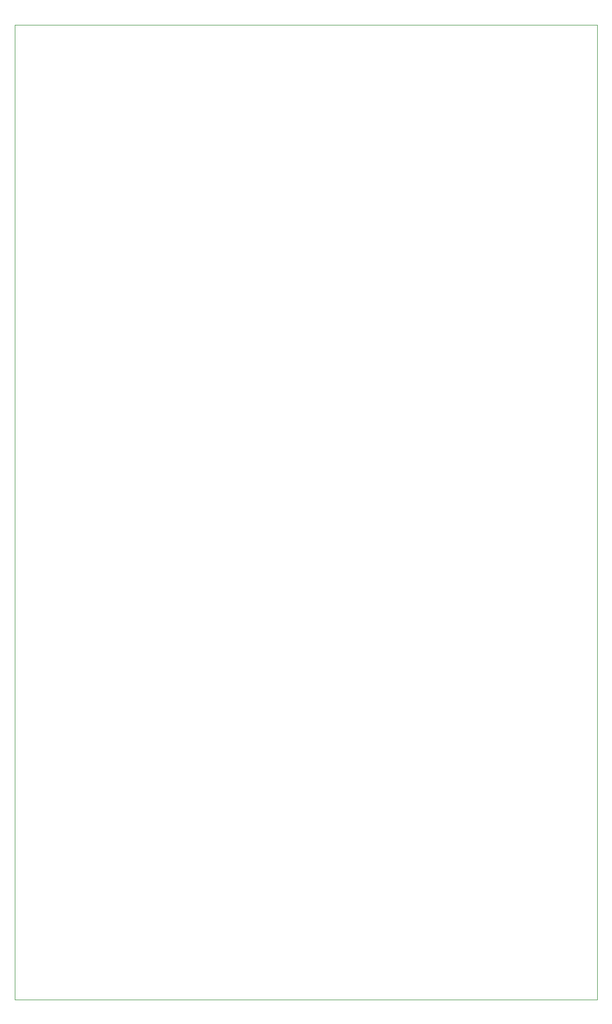
<source format=gbr>
%TF.GenerationSoftware,KiCad,Pcbnew,8.0.6*%
%TF.CreationDate,2024-12-09T21:02:00-05:00*%
%TF.ProjectId,kiCAD Keypad,6b694341-4420-44b6-9579-7061642e6b69,rev?*%
%TF.SameCoordinates,Original*%
%TF.FileFunction,Profile,NP*%
%FSLAX46Y46*%
G04 Gerber Fmt 4.6, Leading zero omitted, Abs format (unit mm)*
G04 Created by KiCad (PCBNEW 8.0.6) date 2024-12-09 21:02:00*
%MOMM*%
%LPD*%
G01*
G04 APERTURE LIST*
%TA.AperFunction,Profile*%
%ADD10C,0.050000*%
%TD*%
G04 APERTURE END LIST*
D10*
X32400000Y-34400000D02*
X125650000Y-34400000D01*
X125650000Y-190200000D01*
X32400000Y-190200000D01*
X32400000Y-34400000D01*
M02*

</source>
